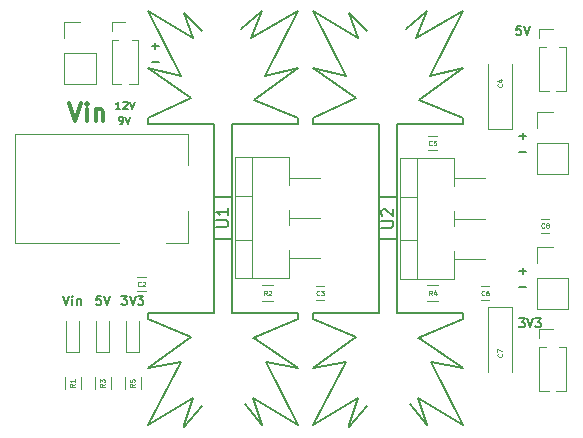
<source format=gbr>
%TF.GenerationSoftware,KiCad,Pcbnew,4.0.7-e2-6376~58~ubuntu16.04.1*%
%TF.CreationDate,2018-01-31T22:39:41+01:00*%
%TF.ProjectId,SimpleSupply,53696D706C65537570706C792E6B6963,rev?*%
%TF.FileFunction,Legend,Top*%
%FSLAX46Y46*%
G04 Gerber Fmt 4.6, Leading zero omitted, Abs format (unit mm)*
G04 Created by KiCad (PCBNEW 4.0.7-e2-6376~58~ubuntu16.04.1) date Wed Jan 31 22:39:41 2018*
%MOMM*%
%LPD*%
G01*
G04 APERTURE LIST*
%ADD10C,0.100000*%
%ADD11C,0.190500*%
%ADD12C,0.158750*%
%ADD13C,0.300000*%
%ADD14C,0.120000*%
%ADD15C,0.150000*%
%ADD16C,0.075000*%
G04 APERTURE END LIST*
D10*
D11*
X129231572Y-120232714D02*
X129703286Y-120232714D01*
X129449286Y-120523000D01*
X129558144Y-120523000D01*
X129630715Y-120559286D01*
X129667001Y-120595571D01*
X129703286Y-120668143D01*
X129703286Y-120849571D01*
X129667001Y-120922143D01*
X129630715Y-120958429D01*
X129558144Y-120994714D01*
X129340429Y-120994714D01*
X129267858Y-120958429D01*
X129231572Y-120922143D01*
X129921000Y-120232714D02*
X130175000Y-120994714D01*
X130429000Y-120232714D01*
X130610429Y-120232714D02*
X131082143Y-120232714D01*
X130828143Y-120523000D01*
X130937001Y-120523000D01*
X131009572Y-120559286D01*
X131045858Y-120595571D01*
X131082143Y-120668143D01*
X131082143Y-120849571D01*
X131045858Y-120922143D01*
X131009572Y-120958429D01*
X130937001Y-120994714D01*
X130719286Y-120994714D01*
X130646715Y-120958429D01*
X130610429Y-120922143D01*
X129394858Y-95467714D02*
X129032001Y-95467714D01*
X128995715Y-95830571D01*
X129032001Y-95794286D01*
X129104572Y-95758000D01*
X129286001Y-95758000D01*
X129358572Y-95794286D01*
X129394858Y-95830571D01*
X129431143Y-95903143D01*
X129431143Y-96084571D01*
X129394858Y-96157143D01*
X129358572Y-96193429D01*
X129286001Y-96229714D01*
X129104572Y-96229714D01*
X129032001Y-96193429D01*
X128995715Y-96157143D01*
X129648857Y-95467714D02*
X129902857Y-96229714D01*
X130156857Y-95467714D01*
X129249715Y-116227679D02*
X129830286Y-116227679D01*
X129540000Y-116517964D02*
X129540000Y-115937393D01*
X129249715Y-117561179D02*
X129830286Y-117561179D01*
X129249715Y-104797679D02*
X129830286Y-104797679D01*
X129540000Y-105087964D02*
X129540000Y-104507393D01*
X129249715Y-106131179D02*
X129830286Y-106131179D01*
X98134715Y-97177679D02*
X98715286Y-97177679D01*
X98425000Y-97467964D02*
X98425000Y-96887393D01*
X98134715Y-98511179D02*
X98715286Y-98511179D01*
D12*
X95431429Y-103792262D02*
X95552381Y-103792262D01*
X95612857Y-103762024D01*
X95643095Y-103731786D01*
X95703571Y-103641071D01*
X95733810Y-103520119D01*
X95733810Y-103278214D01*
X95703571Y-103217738D01*
X95673333Y-103187500D01*
X95612857Y-103157262D01*
X95491905Y-103157262D01*
X95431429Y-103187500D01*
X95401190Y-103217738D01*
X95370952Y-103278214D01*
X95370952Y-103429405D01*
X95401190Y-103489881D01*
X95431429Y-103520119D01*
X95491905Y-103550357D01*
X95612857Y-103550357D01*
X95673333Y-103520119D01*
X95703571Y-103489881D01*
X95733810Y-103429405D01*
X95915238Y-103157262D02*
X96126905Y-103792262D01*
X96338572Y-103157262D01*
X95491905Y-102522262D02*
X95129047Y-102522262D01*
X95310476Y-102522262D02*
X95310476Y-101887262D01*
X95250000Y-101977976D01*
X95189524Y-102038452D01*
X95129047Y-102068690D01*
X95733809Y-101947738D02*
X95764047Y-101917500D01*
X95824524Y-101887262D01*
X95975714Y-101887262D01*
X96036190Y-101917500D01*
X96066428Y-101947738D01*
X96096667Y-102008214D01*
X96096667Y-102068690D01*
X96066428Y-102159405D01*
X95703571Y-102522262D01*
X96096667Y-102522262D01*
X96278095Y-101887262D02*
X96489762Y-102522262D01*
X96701429Y-101887262D01*
D13*
X91174286Y-102048571D02*
X91674286Y-103548571D01*
X92174286Y-102048571D01*
X92674286Y-103548571D02*
X92674286Y-102548571D01*
X92674286Y-102048571D02*
X92602857Y-102120000D01*
X92674286Y-102191429D01*
X92745714Y-102120000D01*
X92674286Y-102048571D01*
X92674286Y-102191429D01*
X93388572Y-102548571D02*
X93388572Y-103548571D01*
X93388572Y-102691429D02*
X93460000Y-102620000D01*
X93602858Y-102548571D01*
X93817143Y-102548571D01*
X93960000Y-102620000D01*
X94031429Y-102762857D01*
X94031429Y-103548571D01*
D11*
X95576572Y-118327714D02*
X96048286Y-118327714D01*
X95794286Y-118618000D01*
X95903144Y-118618000D01*
X95975715Y-118654286D01*
X96012001Y-118690571D01*
X96048286Y-118763143D01*
X96048286Y-118944571D01*
X96012001Y-119017143D01*
X95975715Y-119053429D01*
X95903144Y-119089714D01*
X95685429Y-119089714D01*
X95612858Y-119053429D01*
X95576572Y-119017143D01*
X96266000Y-118327714D02*
X96520000Y-119089714D01*
X96774000Y-118327714D01*
X96955429Y-118327714D02*
X97427143Y-118327714D01*
X97173143Y-118618000D01*
X97282001Y-118618000D01*
X97354572Y-118654286D01*
X97390858Y-118690571D01*
X97427143Y-118763143D01*
X97427143Y-118944571D01*
X97390858Y-119017143D01*
X97354572Y-119053429D01*
X97282001Y-119089714D01*
X97064286Y-119089714D01*
X96991715Y-119053429D01*
X96955429Y-119017143D01*
X93834858Y-118327714D02*
X93472001Y-118327714D01*
X93435715Y-118690571D01*
X93472001Y-118654286D01*
X93544572Y-118618000D01*
X93726001Y-118618000D01*
X93798572Y-118654286D01*
X93834858Y-118690571D01*
X93871143Y-118763143D01*
X93871143Y-118944571D01*
X93834858Y-119017143D01*
X93798572Y-119053429D01*
X93726001Y-119089714D01*
X93544572Y-119089714D01*
X93472001Y-119053429D01*
X93435715Y-119017143D01*
X94088857Y-118327714D02*
X94342857Y-119089714D01*
X94596857Y-118327714D01*
X90659857Y-118327714D02*
X90913857Y-119089714D01*
X91167857Y-118327714D01*
X91421858Y-119089714D02*
X91421858Y-118581714D01*
X91421858Y-118327714D02*
X91385572Y-118364000D01*
X91421858Y-118400286D01*
X91458143Y-118364000D01*
X91421858Y-118327714D01*
X91421858Y-118400286D01*
X91784715Y-118581714D02*
X91784715Y-119089714D01*
X91784715Y-118654286D02*
X91821000Y-118618000D01*
X91893572Y-118581714D01*
X92002429Y-118581714D01*
X92075000Y-118618000D01*
X92111286Y-118690571D01*
X92111286Y-119089714D01*
D14*
X95330000Y-113820000D02*
X86530000Y-113820000D01*
X86530000Y-113820000D02*
X86530000Y-104620000D01*
X101230000Y-111120000D02*
X101230000Y-113820000D01*
X101230000Y-113820000D02*
X99330000Y-113820000D01*
X86530000Y-104620000D02*
X101230000Y-104620000D01*
X101230000Y-104620000D02*
X101230000Y-107220000D01*
X97632000Y-117948000D02*
X96932000Y-117948000D01*
X96932000Y-116748000D02*
X97632000Y-116748000D01*
X112045000Y-117510000D02*
X112745000Y-117510000D01*
X112745000Y-118710000D02*
X112045000Y-118710000D01*
X126585000Y-104230000D02*
X126585000Y-98730000D01*
X128685000Y-104230000D02*
X128685000Y-98730000D01*
X126585000Y-104230000D02*
X128685000Y-104230000D01*
X121570000Y-104810000D02*
X122270000Y-104810000D01*
X122270000Y-106010000D02*
X121570000Y-106010000D01*
X126015000Y-117510000D02*
X126715000Y-117510000D01*
X126715000Y-118710000D02*
X126015000Y-118710000D01*
X128685000Y-119290000D02*
X128685000Y-124790000D01*
X126585000Y-119290000D02*
X126585000Y-124790000D01*
X128685000Y-119290000D02*
X126585000Y-119290000D01*
X131095000Y-111795000D02*
X131795000Y-111795000D01*
X131795000Y-112995000D02*
X131095000Y-112995000D01*
X90890000Y-123085000D02*
X91990000Y-123085000D01*
X91990000Y-123085000D02*
X91990000Y-120485000D01*
X90890000Y-123085000D02*
X90890000Y-120485000D01*
X93430000Y-123085000D02*
X94530000Y-123085000D01*
X94530000Y-123085000D02*
X94530000Y-120485000D01*
X93430000Y-123085000D02*
X93430000Y-120485000D01*
X95970000Y-123085000D02*
X97070000Y-123085000D01*
X97070000Y-123085000D02*
X97070000Y-120485000D01*
X95970000Y-123085000D02*
X95970000Y-120485000D01*
X90745000Y-100390000D02*
X93405000Y-100390000D01*
X90745000Y-97790000D02*
X90745000Y-100390000D01*
X93405000Y-97790000D02*
X93405000Y-100390000D01*
X90745000Y-97790000D02*
X93405000Y-97790000D01*
X90745000Y-96520000D02*
X90745000Y-95190000D01*
X90745000Y-95190000D02*
X92075000Y-95190000D01*
X94775000Y-100390000D02*
X95577470Y-100390000D01*
X96192530Y-100390000D02*
X96995000Y-100390000D01*
X94775000Y-96645000D02*
X94775000Y-100390000D01*
X96995000Y-96645000D02*
X96995000Y-100390000D01*
X94775000Y-96645000D02*
X95321529Y-96645000D01*
X96448471Y-96645000D02*
X96995000Y-96645000D01*
X94775000Y-95885000D02*
X94775000Y-95125000D01*
X94775000Y-95125000D02*
X95885000Y-95125000D01*
X130750000Y-108010000D02*
X133410000Y-108010000D01*
X130750000Y-105410000D02*
X130750000Y-108010000D01*
X133410000Y-105410000D02*
X133410000Y-108010000D01*
X130750000Y-105410000D02*
X133410000Y-105410000D01*
X130750000Y-104140000D02*
X130750000Y-102810000D01*
X130750000Y-102810000D02*
X132080000Y-102810000D01*
X130970000Y-101025000D02*
X131772470Y-101025000D01*
X132387530Y-101025000D02*
X133190000Y-101025000D01*
X130970000Y-97280000D02*
X130970000Y-101025000D01*
X133190000Y-97280000D02*
X133190000Y-101025000D01*
X130970000Y-97280000D02*
X131516529Y-97280000D01*
X132643471Y-97280000D02*
X133190000Y-97280000D01*
X130970000Y-96520000D02*
X130970000Y-95760000D01*
X130970000Y-95760000D02*
X132080000Y-95760000D01*
X130750000Y-119440000D02*
X133410000Y-119440000D01*
X130750000Y-116840000D02*
X130750000Y-119440000D01*
X133410000Y-116840000D02*
X133410000Y-119440000D01*
X130750000Y-116840000D02*
X133410000Y-116840000D01*
X130750000Y-115570000D02*
X130750000Y-114240000D01*
X130750000Y-114240000D02*
X132080000Y-114240000D01*
X130970000Y-126425000D02*
X131772470Y-126425000D01*
X132387530Y-126425000D02*
X133190000Y-126425000D01*
X130970000Y-122680000D02*
X130970000Y-126425000D01*
X133190000Y-122680000D02*
X133190000Y-126425000D01*
X130970000Y-122680000D02*
X131516529Y-122680000D01*
X132643471Y-122680000D02*
X133190000Y-122680000D01*
X130970000Y-121920000D02*
X130970000Y-121160000D01*
X130970000Y-121160000D02*
X132080000Y-121160000D01*
X90760000Y-126230000D02*
X90760000Y-125230000D01*
X92120000Y-125230000D02*
X92120000Y-126230000D01*
X107450000Y-117430000D02*
X108450000Y-117430000D01*
X108450000Y-118790000D02*
X107450000Y-118790000D01*
X93300000Y-126230000D02*
X93300000Y-125230000D01*
X94660000Y-125230000D02*
X94660000Y-126230000D01*
X121420000Y-117430000D02*
X122420000Y-117430000D01*
X122420000Y-118790000D02*
X121420000Y-118790000D01*
X95840000Y-126230000D02*
X95840000Y-125230000D01*
X97200000Y-125230000D02*
X97200000Y-126230000D01*
X105154500Y-116846500D02*
X105154500Y-106605500D01*
X109795500Y-116846500D02*
X109795500Y-114490500D01*
X109795500Y-112360500D02*
X109795500Y-111090500D01*
X109795500Y-108960500D02*
X109795500Y-106605500D01*
X105154500Y-116846500D02*
X109795500Y-116846500D01*
X105154500Y-106605500D02*
X109795500Y-106605500D01*
X106663500Y-116846500D02*
X106663500Y-106605500D01*
X105154500Y-113575500D02*
X106663500Y-113575500D01*
X105154500Y-109875500D02*
X106663500Y-109875500D01*
X109795500Y-115125500D02*
X112425500Y-115125500D01*
X109795500Y-111725500D02*
X112409500Y-111725500D01*
X109795500Y-108325500D02*
X112409500Y-108325500D01*
X119124500Y-116910000D02*
X119124500Y-106669000D01*
X123765500Y-116910000D02*
X123765500Y-114554000D01*
X123765500Y-112424000D02*
X123765500Y-111154000D01*
X123765500Y-109024000D02*
X123765500Y-106669000D01*
X119124500Y-116910000D02*
X123765500Y-116910000D01*
X119124500Y-106669000D02*
X123765500Y-106669000D01*
X120633500Y-116910000D02*
X120633500Y-106669000D01*
X119124500Y-113639000D02*
X120633500Y-113639000D01*
X119124500Y-109939000D02*
X120633500Y-109939000D01*
X123765500Y-115189000D02*
X126395500Y-115189000D01*
X123765500Y-111789000D02*
X126379500Y-111789000D01*
X123765500Y-108389000D02*
X126379500Y-108389000D01*
D15*
X103378000Y-113538000D02*
X104902000Y-113538000D01*
X103378000Y-109982000D02*
X104902000Y-109982000D01*
X110490000Y-120269000D02*
X110490000Y-119761000D01*
X97790000Y-94234000D02*
X100584000Y-99695000D01*
X100584000Y-99695000D02*
X97790000Y-99060000D01*
X101473000Y-121793000D02*
X97790000Y-124460000D01*
X97790000Y-124460000D02*
X100584000Y-123952000D01*
X100584000Y-123952000D02*
X97790000Y-129286000D01*
X106807000Y-121920000D02*
X110490000Y-124460000D01*
X110490000Y-124460000D02*
X107823000Y-123952000D01*
X107823000Y-123952000D02*
X110490000Y-129286000D01*
X106680000Y-127000000D02*
X110490000Y-129286000D01*
X101600000Y-127000000D02*
X97790000Y-129286000D01*
X97790000Y-103759000D02*
X97790000Y-103378000D01*
X110490000Y-103759000D02*
X110490000Y-103251000D01*
X106807000Y-101727000D02*
X110490000Y-99060000D01*
X110490000Y-99060000D02*
X107696000Y-99695000D01*
X107696000Y-99695000D02*
X110490000Y-94234000D01*
X106553000Y-96520000D02*
X107442000Y-94234000D01*
X107442000Y-94234000D02*
X105664000Y-95758000D01*
X110490000Y-94234000D02*
X106553000Y-96520000D01*
X101600000Y-96520000D02*
X100838000Y-94361000D01*
X100838000Y-94361000D02*
X102362000Y-95885000D01*
X97790000Y-94234000D02*
X101600000Y-96520000D01*
X101473000Y-101600000D02*
X97790000Y-99060000D01*
X110490000Y-103251000D02*
X106807000Y-101727000D01*
X97790000Y-103251000D02*
X101473000Y-101600000D01*
X110490000Y-120269000D02*
X106680000Y-121920000D01*
X97790000Y-119761000D02*
X97790000Y-120269000D01*
X97790000Y-120269000D02*
X101473000Y-121793000D01*
X107442000Y-129286000D02*
X106045000Y-127508000D01*
X100838000Y-129413000D02*
X102362000Y-127635000D01*
X107442000Y-129286000D02*
X106680000Y-127000000D01*
X100838000Y-129286000D02*
X101600000Y-127000000D01*
X104902000Y-111760000D02*
X104902000Y-119761000D01*
X104902000Y-119761000D02*
X110490000Y-119761000D01*
X104902000Y-111760000D02*
X104902000Y-103759000D01*
X104902000Y-103759000D02*
X110490000Y-103759000D01*
X103378000Y-111760000D02*
X103378000Y-119761000D01*
X103378000Y-119761000D02*
X97790000Y-119761000D01*
X103378000Y-111760000D02*
X103378000Y-103759000D01*
X103378000Y-103759000D02*
X97790000Y-103759000D01*
X117348000Y-113538000D02*
X118872000Y-113538000D01*
X117348000Y-109982000D02*
X118872000Y-109982000D01*
X124460000Y-120269000D02*
X124460000Y-119761000D01*
X111760000Y-94234000D02*
X114554000Y-99695000D01*
X114554000Y-99695000D02*
X111760000Y-99060000D01*
X115443000Y-121793000D02*
X111760000Y-124460000D01*
X111760000Y-124460000D02*
X114554000Y-123952000D01*
X114554000Y-123952000D02*
X111760000Y-129286000D01*
X120777000Y-121920000D02*
X124460000Y-124460000D01*
X124460000Y-124460000D02*
X121793000Y-123952000D01*
X121793000Y-123952000D02*
X124460000Y-129286000D01*
X120650000Y-127000000D02*
X124460000Y-129286000D01*
X115570000Y-127000000D02*
X111760000Y-129286000D01*
X111760000Y-103759000D02*
X111760000Y-103378000D01*
X124460000Y-103759000D02*
X124460000Y-103251000D01*
X120777000Y-101727000D02*
X124460000Y-99060000D01*
X124460000Y-99060000D02*
X121666000Y-99695000D01*
X121666000Y-99695000D02*
X124460000Y-94234000D01*
X120523000Y-96520000D02*
X121412000Y-94234000D01*
X121412000Y-94234000D02*
X119634000Y-95758000D01*
X124460000Y-94234000D02*
X120523000Y-96520000D01*
X115570000Y-96520000D02*
X114808000Y-94361000D01*
X114808000Y-94361000D02*
X116332000Y-95885000D01*
X111760000Y-94234000D02*
X115570000Y-96520000D01*
X115443000Y-101600000D02*
X111760000Y-99060000D01*
X124460000Y-103251000D02*
X120777000Y-101727000D01*
X111760000Y-103251000D02*
X115443000Y-101600000D01*
X124460000Y-120269000D02*
X120650000Y-121920000D01*
X111760000Y-119761000D02*
X111760000Y-120269000D01*
X111760000Y-120269000D02*
X115443000Y-121793000D01*
X121412000Y-129286000D02*
X120015000Y-127508000D01*
X114808000Y-129413000D02*
X116332000Y-127635000D01*
X121412000Y-129286000D02*
X120650000Y-127000000D01*
X114808000Y-129286000D02*
X115570000Y-127000000D01*
X118872000Y-111760000D02*
X118872000Y-119761000D01*
X118872000Y-119761000D02*
X124460000Y-119761000D01*
X118872000Y-111760000D02*
X118872000Y-103759000D01*
X118872000Y-103759000D02*
X124460000Y-103759000D01*
X117348000Y-111760000D02*
X117348000Y-119761000D01*
X117348000Y-119761000D02*
X111760000Y-119761000D01*
X117348000Y-111760000D02*
X117348000Y-103759000D01*
X117348000Y-103759000D02*
X111760000Y-103759000D01*
D16*
X97215334Y-117490857D02*
X97196286Y-117509905D01*
X97139143Y-117528952D01*
X97101048Y-117528952D01*
X97043905Y-117509905D01*
X97005810Y-117471810D01*
X96986762Y-117433714D01*
X96967714Y-117357524D01*
X96967714Y-117300381D01*
X96986762Y-117224190D01*
X97005810Y-117186095D01*
X97043905Y-117148000D01*
X97101048Y-117128952D01*
X97139143Y-117128952D01*
X97196286Y-117148000D01*
X97215334Y-117167048D01*
X97367714Y-117167048D02*
X97386762Y-117148000D01*
X97424857Y-117128952D01*
X97520095Y-117128952D01*
X97558191Y-117148000D01*
X97577238Y-117167048D01*
X97596286Y-117205143D01*
X97596286Y-117243238D01*
X97577238Y-117300381D01*
X97348667Y-117528952D01*
X97596286Y-117528952D01*
X112328334Y-118252857D02*
X112309286Y-118271905D01*
X112252143Y-118290952D01*
X112214048Y-118290952D01*
X112156905Y-118271905D01*
X112118810Y-118233810D01*
X112099762Y-118195714D01*
X112080714Y-118119524D01*
X112080714Y-118062381D01*
X112099762Y-117986190D01*
X112118810Y-117948095D01*
X112156905Y-117910000D01*
X112214048Y-117890952D01*
X112252143Y-117890952D01*
X112309286Y-117910000D01*
X112328334Y-117929048D01*
X112461667Y-117890952D02*
X112709286Y-117890952D01*
X112575953Y-118043333D01*
X112633095Y-118043333D01*
X112671191Y-118062381D01*
X112690238Y-118081429D01*
X112709286Y-118119524D01*
X112709286Y-118214762D01*
X112690238Y-118252857D01*
X112671191Y-118271905D01*
X112633095Y-118290952D01*
X112518810Y-118290952D01*
X112480714Y-118271905D01*
X112461667Y-118252857D01*
X127777857Y-100396666D02*
X127796905Y-100415714D01*
X127815952Y-100472857D01*
X127815952Y-100510952D01*
X127796905Y-100568095D01*
X127758810Y-100606190D01*
X127720714Y-100625238D01*
X127644524Y-100644286D01*
X127587381Y-100644286D01*
X127511190Y-100625238D01*
X127473095Y-100606190D01*
X127435000Y-100568095D01*
X127415952Y-100510952D01*
X127415952Y-100472857D01*
X127435000Y-100415714D01*
X127454048Y-100396666D01*
X127549286Y-100053809D02*
X127815952Y-100053809D01*
X127396905Y-100149047D02*
X127682619Y-100244286D01*
X127682619Y-99996666D01*
X121853334Y-105552857D02*
X121834286Y-105571905D01*
X121777143Y-105590952D01*
X121739048Y-105590952D01*
X121681905Y-105571905D01*
X121643810Y-105533810D01*
X121624762Y-105495714D01*
X121605714Y-105419524D01*
X121605714Y-105362381D01*
X121624762Y-105286190D01*
X121643810Y-105248095D01*
X121681905Y-105210000D01*
X121739048Y-105190952D01*
X121777143Y-105190952D01*
X121834286Y-105210000D01*
X121853334Y-105229048D01*
X122215238Y-105190952D02*
X122024762Y-105190952D01*
X122005714Y-105381429D01*
X122024762Y-105362381D01*
X122062857Y-105343333D01*
X122158095Y-105343333D01*
X122196191Y-105362381D01*
X122215238Y-105381429D01*
X122234286Y-105419524D01*
X122234286Y-105514762D01*
X122215238Y-105552857D01*
X122196191Y-105571905D01*
X122158095Y-105590952D01*
X122062857Y-105590952D01*
X122024762Y-105571905D01*
X122005714Y-105552857D01*
X126298334Y-118252857D02*
X126279286Y-118271905D01*
X126222143Y-118290952D01*
X126184048Y-118290952D01*
X126126905Y-118271905D01*
X126088810Y-118233810D01*
X126069762Y-118195714D01*
X126050714Y-118119524D01*
X126050714Y-118062381D01*
X126069762Y-117986190D01*
X126088810Y-117948095D01*
X126126905Y-117910000D01*
X126184048Y-117890952D01*
X126222143Y-117890952D01*
X126279286Y-117910000D01*
X126298334Y-117929048D01*
X126641191Y-117890952D02*
X126565000Y-117890952D01*
X126526905Y-117910000D01*
X126507857Y-117929048D01*
X126469762Y-117986190D01*
X126450714Y-118062381D01*
X126450714Y-118214762D01*
X126469762Y-118252857D01*
X126488810Y-118271905D01*
X126526905Y-118290952D01*
X126603095Y-118290952D01*
X126641191Y-118271905D01*
X126660238Y-118252857D01*
X126679286Y-118214762D01*
X126679286Y-118119524D01*
X126660238Y-118081429D01*
X126641191Y-118062381D01*
X126603095Y-118043333D01*
X126526905Y-118043333D01*
X126488810Y-118062381D01*
X126469762Y-118081429D01*
X126450714Y-118119524D01*
X127777857Y-123256666D02*
X127796905Y-123275714D01*
X127815952Y-123332857D01*
X127815952Y-123370952D01*
X127796905Y-123428095D01*
X127758810Y-123466190D01*
X127720714Y-123485238D01*
X127644524Y-123504286D01*
X127587381Y-123504286D01*
X127511190Y-123485238D01*
X127473095Y-123466190D01*
X127435000Y-123428095D01*
X127415952Y-123370952D01*
X127415952Y-123332857D01*
X127435000Y-123275714D01*
X127454048Y-123256666D01*
X127415952Y-123123333D02*
X127415952Y-122856666D01*
X127815952Y-123028095D01*
X131378334Y-112537857D02*
X131359286Y-112556905D01*
X131302143Y-112575952D01*
X131264048Y-112575952D01*
X131206905Y-112556905D01*
X131168810Y-112518810D01*
X131149762Y-112480714D01*
X131130714Y-112404524D01*
X131130714Y-112347381D01*
X131149762Y-112271190D01*
X131168810Y-112233095D01*
X131206905Y-112195000D01*
X131264048Y-112175952D01*
X131302143Y-112175952D01*
X131359286Y-112195000D01*
X131378334Y-112214048D01*
X131606905Y-112347381D02*
X131568810Y-112328333D01*
X131549762Y-112309286D01*
X131530714Y-112271190D01*
X131530714Y-112252143D01*
X131549762Y-112214048D01*
X131568810Y-112195000D01*
X131606905Y-112175952D01*
X131683095Y-112175952D01*
X131721191Y-112195000D01*
X131740238Y-112214048D01*
X131759286Y-112252143D01*
X131759286Y-112271190D01*
X131740238Y-112309286D01*
X131721191Y-112328333D01*
X131683095Y-112347381D01*
X131606905Y-112347381D01*
X131568810Y-112366429D01*
X131549762Y-112385476D01*
X131530714Y-112423571D01*
X131530714Y-112499762D01*
X131549762Y-112537857D01*
X131568810Y-112556905D01*
X131606905Y-112575952D01*
X131683095Y-112575952D01*
X131721191Y-112556905D01*
X131740238Y-112537857D01*
X131759286Y-112499762D01*
X131759286Y-112423571D01*
X131740238Y-112385476D01*
X131721191Y-112366429D01*
X131683095Y-112347381D01*
X91620952Y-125796666D02*
X91430476Y-125930000D01*
X91620952Y-126025238D02*
X91220952Y-126025238D01*
X91220952Y-125872857D01*
X91240000Y-125834762D01*
X91259048Y-125815714D01*
X91297143Y-125796666D01*
X91354286Y-125796666D01*
X91392381Y-125815714D01*
X91411429Y-125834762D01*
X91430476Y-125872857D01*
X91430476Y-126025238D01*
X91620952Y-125415714D02*
X91620952Y-125644286D01*
X91620952Y-125530000D02*
X91220952Y-125530000D01*
X91278095Y-125568095D01*
X91316190Y-125606190D01*
X91335238Y-125644286D01*
X107883334Y-118290952D02*
X107750000Y-118100476D01*
X107654762Y-118290952D02*
X107654762Y-117890952D01*
X107807143Y-117890952D01*
X107845238Y-117910000D01*
X107864286Y-117929048D01*
X107883334Y-117967143D01*
X107883334Y-118024286D01*
X107864286Y-118062381D01*
X107845238Y-118081429D01*
X107807143Y-118100476D01*
X107654762Y-118100476D01*
X108035714Y-117929048D02*
X108054762Y-117910000D01*
X108092857Y-117890952D01*
X108188095Y-117890952D01*
X108226191Y-117910000D01*
X108245238Y-117929048D01*
X108264286Y-117967143D01*
X108264286Y-118005238D01*
X108245238Y-118062381D01*
X108016667Y-118290952D01*
X108264286Y-118290952D01*
X94160952Y-125796666D02*
X93970476Y-125930000D01*
X94160952Y-126025238D02*
X93760952Y-126025238D01*
X93760952Y-125872857D01*
X93780000Y-125834762D01*
X93799048Y-125815714D01*
X93837143Y-125796666D01*
X93894286Y-125796666D01*
X93932381Y-125815714D01*
X93951429Y-125834762D01*
X93970476Y-125872857D01*
X93970476Y-126025238D01*
X93760952Y-125663333D02*
X93760952Y-125415714D01*
X93913333Y-125549047D01*
X93913333Y-125491905D01*
X93932381Y-125453809D01*
X93951429Y-125434762D01*
X93989524Y-125415714D01*
X94084762Y-125415714D01*
X94122857Y-125434762D01*
X94141905Y-125453809D01*
X94160952Y-125491905D01*
X94160952Y-125606190D01*
X94141905Y-125644286D01*
X94122857Y-125663333D01*
X121853334Y-118290952D02*
X121720000Y-118100476D01*
X121624762Y-118290952D02*
X121624762Y-117890952D01*
X121777143Y-117890952D01*
X121815238Y-117910000D01*
X121834286Y-117929048D01*
X121853334Y-117967143D01*
X121853334Y-118024286D01*
X121834286Y-118062381D01*
X121815238Y-118081429D01*
X121777143Y-118100476D01*
X121624762Y-118100476D01*
X122196191Y-118024286D02*
X122196191Y-118290952D01*
X122100953Y-117871905D02*
X122005714Y-118157619D01*
X122253334Y-118157619D01*
X96700952Y-125796666D02*
X96510476Y-125930000D01*
X96700952Y-126025238D02*
X96300952Y-126025238D01*
X96300952Y-125872857D01*
X96320000Y-125834762D01*
X96339048Y-125815714D01*
X96377143Y-125796666D01*
X96434286Y-125796666D01*
X96472381Y-125815714D01*
X96491429Y-125834762D01*
X96510476Y-125872857D01*
X96510476Y-126025238D01*
X96300952Y-125434762D02*
X96300952Y-125625238D01*
X96491429Y-125644286D01*
X96472381Y-125625238D01*
X96453333Y-125587143D01*
X96453333Y-125491905D01*
X96472381Y-125453809D01*
X96491429Y-125434762D01*
X96529524Y-125415714D01*
X96624762Y-125415714D01*
X96662857Y-125434762D01*
X96681905Y-125453809D01*
X96700952Y-125491905D01*
X96700952Y-125587143D01*
X96681905Y-125625238D01*
X96662857Y-125644286D01*
D15*
X103606881Y-112487405D02*
X104416405Y-112487405D01*
X104511643Y-112439786D01*
X104559262Y-112392167D01*
X104606881Y-112296929D01*
X104606881Y-112106452D01*
X104559262Y-112011214D01*
X104511643Y-111963595D01*
X104416405Y-111915976D01*
X103606881Y-111915976D01*
X104606881Y-110915976D02*
X104606881Y-111487405D01*
X104606881Y-111201691D02*
X103606881Y-111201691D01*
X103749738Y-111296929D01*
X103844976Y-111392167D01*
X103892595Y-111487405D01*
X117576881Y-112550905D02*
X118386405Y-112550905D01*
X118481643Y-112503286D01*
X118529262Y-112455667D01*
X118576881Y-112360429D01*
X118576881Y-112169952D01*
X118529262Y-112074714D01*
X118481643Y-112027095D01*
X118386405Y-111979476D01*
X117576881Y-111979476D01*
X117672119Y-111550905D02*
X117624500Y-111503286D01*
X117576881Y-111408048D01*
X117576881Y-111169952D01*
X117624500Y-111074714D01*
X117672119Y-111027095D01*
X117767357Y-110979476D01*
X117862595Y-110979476D01*
X118005452Y-111027095D01*
X118576881Y-111598524D01*
X118576881Y-110979476D01*
M02*

</source>
